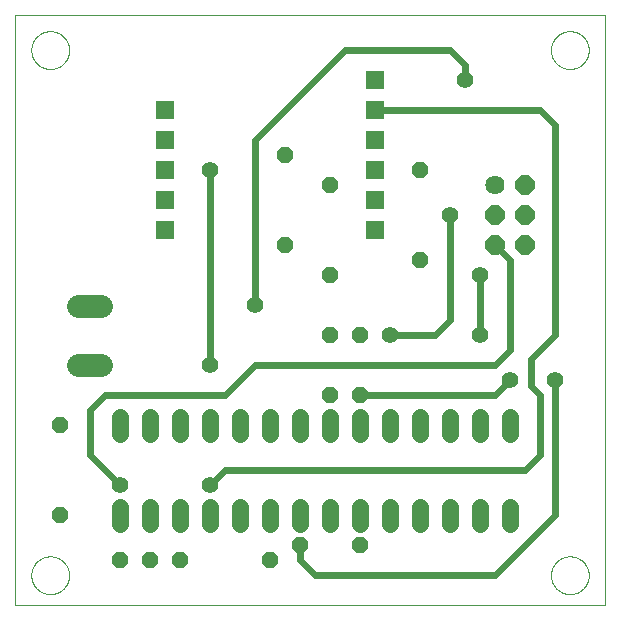
<source format=gtl>
G75*
%MOIN*%
%OFA0B0*%
%FSLAX25Y25*%
%IPPOS*%
%LPD*%
%AMOC8*
5,1,8,0,0,1.08239X$1,22.5*
%
%ADD10C,0.00000*%
%ADD11OC8,0.05600*%
%ADD12C,0.05600*%
%ADD13R,0.05943X0.05943*%
%ADD14C,0.06400*%
%ADD15OC8,0.06400*%
%ADD16C,0.07800*%
%ADD17C,0.05550*%
%ADD18C,0.02400*%
D10*
X0011800Y0011800D02*
X0011800Y0208650D01*
X0208650Y0208650D01*
X0208650Y0011800D01*
X0011800Y0011800D01*
X0017312Y0021800D02*
X0017314Y0021958D01*
X0017320Y0022116D01*
X0017330Y0022274D01*
X0017344Y0022432D01*
X0017362Y0022589D01*
X0017383Y0022746D01*
X0017409Y0022902D01*
X0017439Y0023058D01*
X0017472Y0023213D01*
X0017510Y0023366D01*
X0017551Y0023519D01*
X0017596Y0023671D01*
X0017645Y0023822D01*
X0017698Y0023971D01*
X0017754Y0024119D01*
X0017814Y0024265D01*
X0017878Y0024410D01*
X0017946Y0024553D01*
X0018017Y0024695D01*
X0018091Y0024835D01*
X0018169Y0024972D01*
X0018251Y0025108D01*
X0018335Y0025242D01*
X0018424Y0025373D01*
X0018515Y0025502D01*
X0018610Y0025629D01*
X0018707Y0025754D01*
X0018808Y0025876D01*
X0018912Y0025995D01*
X0019019Y0026112D01*
X0019129Y0026226D01*
X0019242Y0026337D01*
X0019357Y0026446D01*
X0019475Y0026551D01*
X0019596Y0026653D01*
X0019719Y0026753D01*
X0019845Y0026849D01*
X0019973Y0026942D01*
X0020103Y0027032D01*
X0020236Y0027118D01*
X0020371Y0027202D01*
X0020507Y0027281D01*
X0020646Y0027358D01*
X0020787Y0027430D01*
X0020929Y0027500D01*
X0021073Y0027565D01*
X0021219Y0027627D01*
X0021366Y0027685D01*
X0021515Y0027740D01*
X0021665Y0027791D01*
X0021816Y0027838D01*
X0021968Y0027881D01*
X0022121Y0027920D01*
X0022276Y0027956D01*
X0022431Y0027987D01*
X0022587Y0028015D01*
X0022743Y0028039D01*
X0022900Y0028059D01*
X0023058Y0028075D01*
X0023215Y0028087D01*
X0023374Y0028095D01*
X0023532Y0028099D01*
X0023690Y0028099D01*
X0023848Y0028095D01*
X0024007Y0028087D01*
X0024164Y0028075D01*
X0024322Y0028059D01*
X0024479Y0028039D01*
X0024635Y0028015D01*
X0024791Y0027987D01*
X0024946Y0027956D01*
X0025101Y0027920D01*
X0025254Y0027881D01*
X0025406Y0027838D01*
X0025557Y0027791D01*
X0025707Y0027740D01*
X0025856Y0027685D01*
X0026003Y0027627D01*
X0026149Y0027565D01*
X0026293Y0027500D01*
X0026435Y0027430D01*
X0026576Y0027358D01*
X0026715Y0027281D01*
X0026851Y0027202D01*
X0026986Y0027118D01*
X0027119Y0027032D01*
X0027249Y0026942D01*
X0027377Y0026849D01*
X0027503Y0026753D01*
X0027626Y0026653D01*
X0027747Y0026551D01*
X0027865Y0026446D01*
X0027980Y0026337D01*
X0028093Y0026226D01*
X0028203Y0026112D01*
X0028310Y0025995D01*
X0028414Y0025876D01*
X0028515Y0025754D01*
X0028612Y0025629D01*
X0028707Y0025502D01*
X0028798Y0025373D01*
X0028887Y0025242D01*
X0028971Y0025108D01*
X0029053Y0024972D01*
X0029131Y0024835D01*
X0029205Y0024695D01*
X0029276Y0024553D01*
X0029344Y0024410D01*
X0029408Y0024265D01*
X0029468Y0024119D01*
X0029524Y0023971D01*
X0029577Y0023822D01*
X0029626Y0023671D01*
X0029671Y0023519D01*
X0029712Y0023366D01*
X0029750Y0023213D01*
X0029783Y0023058D01*
X0029813Y0022902D01*
X0029839Y0022746D01*
X0029860Y0022589D01*
X0029878Y0022432D01*
X0029892Y0022274D01*
X0029902Y0022116D01*
X0029908Y0021958D01*
X0029910Y0021800D01*
X0029908Y0021642D01*
X0029902Y0021484D01*
X0029892Y0021326D01*
X0029878Y0021168D01*
X0029860Y0021011D01*
X0029839Y0020854D01*
X0029813Y0020698D01*
X0029783Y0020542D01*
X0029750Y0020387D01*
X0029712Y0020234D01*
X0029671Y0020081D01*
X0029626Y0019929D01*
X0029577Y0019778D01*
X0029524Y0019629D01*
X0029468Y0019481D01*
X0029408Y0019335D01*
X0029344Y0019190D01*
X0029276Y0019047D01*
X0029205Y0018905D01*
X0029131Y0018765D01*
X0029053Y0018628D01*
X0028971Y0018492D01*
X0028887Y0018358D01*
X0028798Y0018227D01*
X0028707Y0018098D01*
X0028612Y0017971D01*
X0028515Y0017846D01*
X0028414Y0017724D01*
X0028310Y0017605D01*
X0028203Y0017488D01*
X0028093Y0017374D01*
X0027980Y0017263D01*
X0027865Y0017154D01*
X0027747Y0017049D01*
X0027626Y0016947D01*
X0027503Y0016847D01*
X0027377Y0016751D01*
X0027249Y0016658D01*
X0027119Y0016568D01*
X0026986Y0016482D01*
X0026851Y0016398D01*
X0026715Y0016319D01*
X0026576Y0016242D01*
X0026435Y0016170D01*
X0026293Y0016100D01*
X0026149Y0016035D01*
X0026003Y0015973D01*
X0025856Y0015915D01*
X0025707Y0015860D01*
X0025557Y0015809D01*
X0025406Y0015762D01*
X0025254Y0015719D01*
X0025101Y0015680D01*
X0024946Y0015644D01*
X0024791Y0015613D01*
X0024635Y0015585D01*
X0024479Y0015561D01*
X0024322Y0015541D01*
X0024164Y0015525D01*
X0024007Y0015513D01*
X0023848Y0015505D01*
X0023690Y0015501D01*
X0023532Y0015501D01*
X0023374Y0015505D01*
X0023215Y0015513D01*
X0023058Y0015525D01*
X0022900Y0015541D01*
X0022743Y0015561D01*
X0022587Y0015585D01*
X0022431Y0015613D01*
X0022276Y0015644D01*
X0022121Y0015680D01*
X0021968Y0015719D01*
X0021816Y0015762D01*
X0021665Y0015809D01*
X0021515Y0015860D01*
X0021366Y0015915D01*
X0021219Y0015973D01*
X0021073Y0016035D01*
X0020929Y0016100D01*
X0020787Y0016170D01*
X0020646Y0016242D01*
X0020507Y0016319D01*
X0020371Y0016398D01*
X0020236Y0016482D01*
X0020103Y0016568D01*
X0019973Y0016658D01*
X0019845Y0016751D01*
X0019719Y0016847D01*
X0019596Y0016947D01*
X0019475Y0017049D01*
X0019357Y0017154D01*
X0019242Y0017263D01*
X0019129Y0017374D01*
X0019019Y0017488D01*
X0018912Y0017605D01*
X0018808Y0017724D01*
X0018707Y0017846D01*
X0018610Y0017971D01*
X0018515Y0018098D01*
X0018424Y0018227D01*
X0018335Y0018358D01*
X0018251Y0018492D01*
X0018169Y0018628D01*
X0018091Y0018765D01*
X0018017Y0018905D01*
X0017946Y0019047D01*
X0017878Y0019190D01*
X0017814Y0019335D01*
X0017754Y0019481D01*
X0017698Y0019629D01*
X0017645Y0019778D01*
X0017596Y0019929D01*
X0017551Y0020081D01*
X0017510Y0020234D01*
X0017472Y0020387D01*
X0017439Y0020542D01*
X0017409Y0020698D01*
X0017383Y0020854D01*
X0017362Y0021011D01*
X0017344Y0021168D01*
X0017330Y0021326D01*
X0017320Y0021484D01*
X0017314Y0021642D01*
X0017312Y0021800D01*
X0017312Y0196839D02*
X0017314Y0196997D01*
X0017320Y0197155D01*
X0017330Y0197313D01*
X0017344Y0197471D01*
X0017362Y0197628D01*
X0017383Y0197785D01*
X0017409Y0197941D01*
X0017439Y0198097D01*
X0017472Y0198252D01*
X0017510Y0198405D01*
X0017551Y0198558D01*
X0017596Y0198710D01*
X0017645Y0198861D01*
X0017698Y0199010D01*
X0017754Y0199158D01*
X0017814Y0199304D01*
X0017878Y0199449D01*
X0017946Y0199592D01*
X0018017Y0199734D01*
X0018091Y0199874D01*
X0018169Y0200011D01*
X0018251Y0200147D01*
X0018335Y0200281D01*
X0018424Y0200412D01*
X0018515Y0200541D01*
X0018610Y0200668D01*
X0018707Y0200793D01*
X0018808Y0200915D01*
X0018912Y0201034D01*
X0019019Y0201151D01*
X0019129Y0201265D01*
X0019242Y0201376D01*
X0019357Y0201485D01*
X0019475Y0201590D01*
X0019596Y0201692D01*
X0019719Y0201792D01*
X0019845Y0201888D01*
X0019973Y0201981D01*
X0020103Y0202071D01*
X0020236Y0202157D01*
X0020371Y0202241D01*
X0020507Y0202320D01*
X0020646Y0202397D01*
X0020787Y0202469D01*
X0020929Y0202539D01*
X0021073Y0202604D01*
X0021219Y0202666D01*
X0021366Y0202724D01*
X0021515Y0202779D01*
X0021665Y0202830D01*
X0021816Y0202877D01*
X0021968Y0202920D01*
X0022121Y0202959D01*
X0022276Y0202995D01*
X0022431Y0203026D01*
X0022587Y0203054D01*
X0022743Y0203078D01*
X0022900Y0203098D01*
X0023058Y0203114D01*
X0023215Y0203126D01*
X0023374Y0203134D01*
X0023532Y0203138D01*
X0023690Y0203138D01*
X0023848Y0203134D01*
X0024007Y0203126D01*
X0024164Y0203114D01*
X0024322Y0203098D01*
X0024479Y0203078D01*
X0024635Y0203054D01*
X0024791Y0203026D01*
X0024946Y0202995D01*
X0025101Y0202959D01*
X0025254Y0202920D01*
X0025406Y0202877D01*
X0025557Y0202830D01*
X0025707Y0202779D01*
X0025856Y0202724D01*
X0026003Y0202666D01*
X0026149Y0202604D01*
X0026293Y0202539D01*
X0026435Y0202469D01*
X0026576Y0202397D01*
X0026715Y0202320D01*
X0026851Y0202241D01*
X0026986Y0202157D01*
X0027119Y0202071D01*
X0027249Y0201981D01*
X0027377Y0201888D01*
X0027503Y0201792D01*
X0027626Y0201692D01*
X0027747Y0201590D01*
X0027865Y0201485D01*
X0027980Y0201376D01*
X0028093Y0201265D01*
X0028203Y0201151D01*
X0028310Y0201034D01*
X0028414Y0200915D01*
X0028515Y0200793D01*
X0028612Y0200668D01*
X0028707Y0200541D01*
X0028798Y0200412D01*
X0028887Y0200281D01*
X0028971Y0200147D01*
X0029053Y0200011D01*
X0029131Y0199874D01*
X0029205Y0199734D01*
X0029276Y0199592D01*
X0029344Y0199449D01*
X0029408Y0199304D01*
X0029468Y0199158D01*
X0029524Y0199010D01*
X0029577Y0198861D01*
X0029626Y0198710D01*
X0029671Y0198558D01*
X0029712Y0198405D01*
X0029750Y0198252D01*
X0029783Y0198097D01*
X0029813Y0197941D01*
X0029839Y0197785D01*
X0029860Y0197628D01*
X0029878Y0197471D01*
X0029892Y0197313D01*
X0029902Y0197155D01*
X0029908Y0196997D01*
X0029910Y0196839D01*
X0029908Y0196681D01*
X0029902Y0196523D01*
X0029892Y0196365D01*
X0029878Y0196207D01*
X0029860Y0196050D01*
X0029839Y0195893D01*
X0029813Y0195737D01*
X0029783Y0195581D01*
X0029750Y0195426D01*
X0029712Y0195273D01*
X0029671Y0195120D01*
X0029626Y0194968D01*
X0029577Y0194817D01*
X0029524Y0194668D01*
X0029468Y0194520D01*
X0029408Y0194374D01*
X0029344Y0194229D01*
X0029276Y0194086D01*
X0029205Y0193944D01*
X0029131Y0193804D01*
X0029053Y0193667D01*
X0028971Y0193531D01*
X0028887Y0193397D01*
X0028798Y0193266D01*
X0028707Y0193137D01*
X0028612Y0193010D01*
X0028515Y0192885D01*
X0028414Y0192763D01*
X0028310Y0192644D01*
X0028203Y0192527D01*
X0028093Y0192413D01*
X0027980Y0192302D01*
X0027865Y0192193D01*
X0027747Y0192088D01*
X0027626Y0191986D01*
X0027503Y0191886D01*
X0027377Y0191790D01*
X0027249Y0191697D01*
X0027119Y0191607D01*
X0026986Y0191521D01*
X0026851Y0191437D01*
X0026715Y0191358D01*
X0026576Y0191281D01*
X0026435Y0191209D01*
X0026293Y0191139D01*
X0026149Y0191074D01*
X0026003Y0191012D01*
X0025856Y0190954D01*
X0025707Y0190899D01*
X0025557Y0190848D01*
X0025406Y0190801D01*
X0025254Y0190758D01*
X0025101Y0190719D01*
X0024946Y0190683D01*
X0024791Y0190652D01*
X0024635Y0190624D01*
X0024479Y0190600D01*
X0024322Y0190580D01*
X0024164Y0190564D01*
X0024007Y0190552D01*
X0023848Y0190544D01*
X0023690Y0190540D01*
X0023532Y0190540D01*
X0023374Y0190544D01*
X0023215Y0190552D01*
X0023058Y0190564D01*
X0022900Y0190580D01*
X0022743Y0190600D01*
X0022587Y0190624D01*
X0022431Y0190652D01*
X0022276Y0190683D01*
X0022121Y0190719D01*
X0021968Y0190758D01*
X0021816Y0190801D01*
X0021665Y0190848D01*
X0021515Y0190899D01*
X0021366Y0190954D01*
X0021219Y0191012D01*
X0021073Y0191074D01*
X0020929Y0191139D01*
X0020787Y0191209D01*
X0020646Y0191281D01*
X0020507Y0191358D01*
X0020371Y0191437D01*
X0020236Y0191521D01*
X0020103Y0191607D01*
X0019973Y0191697D01*
X0019845Y0191790D01*
X0019719Y0191886D01*
X0019596Y0191986D01*
X0019475Y0192088D01*
X0019357Y0192193D01*
X0019242Y0192302D01*
X0019129Y0192413D01*
X0019019Y0192527D01*
X0018912Y0192644D01*
X0018808Y0192763D01*
X0018707Y0192885D01*
X0018610Y0193010D01*
X0018515Y0193137D01*
X0018424Y0193266D01*
X0018335Y0193397D01*
X0018251Y0193531D01*
X0018169Y0193667D01*
X0018091Y0193804D01*
X0018017Y0193944D01*
X0017946Y0194086D01*
X0017878Y0194229D01*
X0017814Y0194374D01*
X0017754Y0194520D01*
X0017698Y0194668D01*
X0017645Y0194817D01*
X0017596Y0194968D01*
X0017551Y0195120D01*
X0017510Y0195273D01*
X0017472Y0195426D01*
X0017439Y0195581D01*
X0017409Y0195737D01*
X0017383Y0195893D01*
X0017362Y0196050D01*
X0017344Y0196207D01*
X0017330Y0196365D01*
X0017320Y0196523D01*
X0017314Y0196681D01*
X0017312Y0196839D01*
X0190540Y0196839D02*
X0190542Y0196997D01*
X0190548Y0197155D01*
X0190558Y0197313D01*
X0190572Y0197471D01*
X0190590Y0197628D01*
X0190611Y0197785D01*
X0190637Y0197941D01*
X0190667Y0198097D01*
X0190700Y0198252D01*
X0190738Y0198405D01*
X0190779Y0198558D01*
X0190824Y0198710D01*
X0190873Y0198861D01*
X0190926Y0199010D01*
X0190982Y0199158D01*
X0191042Y0199304D01*
X0191106Y0199449D01*
X0191174Y0199592D01*
X0191245Y0199734D01*
X0191319Y0199874D01*
X0191397Y0200011D01*
X0191479Y0200147D01*
X0191563Y0200281D01*
X0191652Y0200412D01*
X0191743Y0200541D01*
X0191838Y0200668D01*
X0191935Y0200793D01*
X0192036Y0200915D01*
X0192140Y0201034D01*
X0192247Y0201151D01*
X0192357Y0201265D01*
X0192470Y0201376D01*
X0192585Y0201485D01*
X0192703Y0201590D01*
X0192824Y0201692D01*
X0192947Y0201792D01*
X0193073Y0201888D01*
X0193201Y0201981D01*
X0193331Y0202071D01*
X0193464Y0202157D01*
X0193599Y0202241D01*
X0193735Y0202320D01*
X0193874Y0202397D01*
X0194015Y0202469D01*
X0194157Y0202539D01*
X0194301Y0202604D01*
X0194447Y0202666D01*
X0194594Y0202724D01*
X0194743Y0202779D01*
X0194893Y0202830D01*
X0195044Y0202877D01*
X0195196Y0202920D01*
X0195349Y0202959D01*
X0195504Y0202995D01*
X0195659Y0203026D01*
X0195815Y0203054D01*
X0195971Y0203078D01*
X0196128Y0203098D01*
X0196286Y0203114D01*
X0196443Y0203126D01*
X0196602Y0203134D01*
X0196760Y0203138D01*
X0196918Y0203138D01*
X0197076Y0203134D01*
X0197235Y0203126D01*
X0197392Y0203114D01*
X0197550Y0203098D01*
X0197707Y0203078D01*
X0197863Y0203054D01*
X0198019Y0203026D01*
X0198174Y0202995D01*
X0198329Y0202959D01*
X0198482Y0202920D01*
X0198634Y0202877D01*
X0198785Y0202830D01*
X0198935Y0202779D01*
X0199084Y0202724D01*
X0199231Y0202666D01*
X0199377Y0202604D01*
X0199521Y0202539D01*
X0199663Y0202469D01*
X0199804Y0202397D01*
X0199943Y0202320D01*
X0200079Y0202241D01*
X0200214Y0202157D01*
X0200347Y0202071D01*
X0200477Y0201981D01*
X0200605Y0201888D01*
X0200731Y0201792D01*
X0200854Y0201692D01*
X0200975Y0201590D01*
X0201093Y0201485D01*
X0201208Y0201376D01*
X0201321Y0201265D01*
X0201431Y0201151D01*
X0201538Y0201034D01*
X0201642Y0200915D01*
X0201743Y0200793D01*
X0201840Y0200668D01*
X0201935Y0200541D01*
X0202026Y0200412D01*
X0202115Y0200281D01*
X0202199Y0200147D01*
X0202281Y0200011D01*
X0202359Y0199874D01*
X0202433Y0199734D01*
X0202504Y0199592D01*
X0202572Y0199449D01*
X0202636Y0199304D01*
X0202696Y0199158D01*
X0202752Y0199010D01*
X0202805Y0198861D01*
X0202854Y0198710D01*
X0202899Y0198558D01*
X0202940Y0198405D01*
X0202978Y0198252D01*
X0203011Y0198097D01*
X0203041Y0197941D01*
X0203067Y0197785D01*
X0203088Y0197628D01*
X0203106Y0197471D01*
X0203120Y0197313D01*
X0203130Y0197155D01*
X0203136Y0196997D01*
X0203138Y0196839D01*
X0203136Y0196681D01*
X0203130Y0196523D01*
X0203120Y0196365D01*
X0203106Y0196207D01*
X0203088Y0196050D01*
X0203067Y0195893D01*
X0203041Y0195737D01*
X0203011Y0195581D01*
X0202978Y0195426D01*
X0202940Y0195273D01*
X0202899Y0195120D01*
X0202854Y0194968D01*
X0202805Y0194817D01*
X0202752Y0194668D01*
X0202696Y0194520D01*
X0202636Y0194374D01*
X0202572Y0194229D01*
X0202504Y0194086D01*
X0202433Y0193944D01*
X0202359Y0193804D01*
X0202281Y0193667D01*
X0202199Y0193531D01*
X0202115Y0193397D01*
X0202026Y0193266D01*
X0201935Y0193137D01*
X0201840Y0193010D01*
X0201743Y0192885D01*
X0201642Y0192763D01*
X0201538Y0192644D01*
X0201431Y0192527D01*
X0201321Y0192413D01*
X0201208Y0192302D01*
X0201093Y0192193D01*
X0200975Y0192088D01*
X0200854Y0191986D01*
X0200731Y0191886D01*
X0200605Y0191790D01*
X0200477Y0191697D01*
X0200347Y0191607D01*
X0200214Y0191521D01*
X0200079Y0191437D01*
X0199943Y0191358D01*
X0199804Y0191281D01*
X0199663Y0191209D01*
X0199521Y0191139D01*
X0199377Y0191074D01*
X0199231Y0191012D01*
X0199084Y0190954D01*
X0198935Y0190899D01*
X0198785Y0190848D01*
X0198634Y0190801D01*
X0198482Y0190758D01*
X0198329Y0190719D01*
X0198174Y0190683D01*
X0198019Y0190652D01*
X0197863Y0190624D01*
X0197707Y0190600D01*
X0197550Y0190580D01*
X0197392Y0190564D01*
X0197235Y0190552D01*
X0197076Y0190544D01*
X0196918Y0190540D01*
X0196760Y0190540D01*
X0196602Y0190544D01*
X0196443Y0190552D01*
X0196286Y0190564D01*
X0196128Y0190580D01*
X0195971Y0190600D01*
X0195815Y0190624D01*
X0195659Y0190652D01*
X0195504Y0190683D01*
X0195349Y0190719D01*
X0195196Y0190758D01*
X0195044Y0190801D01*
X0194893Y0190848D01*
X0194743Y0190899D01*
X0194594Y0190954D01*
X0194447Y0191012D01*
X0194301Y0191074D01*
X0194157Y0191139D01*
X0194015Y0191209D01*
X0193874Y0191281D01*
X0193735Y0191358D01*
X0193599Y0191437D01*
X0193464Y0191521D01*
X0193331Y0191607D01*
X0193201Y0191697D01*
X0193073Y0191790D01*
X0192947Y0191886D01*
X0192824Y0191986D01*
X0192703Y0192088D01*
X0192585Y0192193D01*
X0192470Y0192302D01*
X0192357Y0192413D01*
X0192247Y0192527D01*
X0192140Y0192644D01*
X0192036Y0192763D01*
X0191935Y0192885D01*
X0191838Y0193010D01*
X0191743Y0193137D01*
X0191652Y0193266D01*
X0191563Y0193397D01*
X0191479Y0193531D01*
X0191397Y0193667D01*
X0191319Y0193804D01*
X0191245Y0193944D01*
X0191174Y0194086D01*
X0191106Y0194229D01*
X0191042Y0194374D01*
X0190982Y0194520D01*
X0190926Y0194668D01*
X0190873Y0194817D01*
X0190824Y0194968D01*
X0190779Y0195120D01*
X0190738Y0195273D01*
X0190700Y0195426D01*
X0190667Y0195581D01*
X0190637Y0195737D01*
X0190611Y0195893D01*
X0190590Y0196050D01*
X0190572Y0196207D01*
X0190558Y0196365D01*
X0190548Y0196523D01*
X0190542Y0196681D01*
X0190540Y0196839D01*
X0190540Y0021800D02*
X0190542Y0021958D01*
X0190548Y0022116D01*
X0190558Y0022274D01*
X0190572Y0022432D01*
X0190590Y0022589D01*
X0190611Y0022746D01*
X0190637Y0022902D01*
X0190667Y0023058D01*
X0190700Y0023213D01*
X0190738Y0023366D01*
X0190779Y0023519D01*
X0190824Y0023671D01*
X0190873Y0023822D01*
X0190926Y0023971D01*
X0190982Y0024119D01*
X0191042Y0024265D01*
X0191106Y0024410D01*
X0191174Y0024553D01*
X0191245Y0024695D01*
X0191319Y0024835D01*
X0191397Y0024972D01*
X0191479Y0025108D01*
X0191563Y0025242D01*
X0191652Y0025373D01*
X0191743Y0025502D01*
X0191838Y0025629D01*
X0191935Y0025754D01*
X0192036Y0025876D01*
X0192140Y0025995D01*
X0192247Y0026112D01*
X0192357Y0026226D01*
X0192470Y0026337D01*
X0192585Y0026446D01*
X0192703Y0026551D01*
X0192824Y0026653D01*
X0192947Y0026753D01*
X0193073Y0026849D01*
X0193201Y0026942D01*
X0193331Y0027032D01*
X0193464Y0027118D01*
X0193599Y0027202D01*
X0193735Y0027281D01*
X0193874Y0027358D01*
X0194015Y0027430D01*
X0194157Y0027500D01*
X0194301Y0027565D01*
X0194447Y0027627D01*
X0194594Y0027685D01*
X0194743Y0027740D01*
X0194893Y0027791D01*
X0195044Y0027838D01*
X0195196Y0027881D01*
X0195349Y0027920D01*
X0195504Y0027956D01*
X0195659Y0027987D01*
X0195815Y0028015D01*
X0195971Y0028039D01*
X0196128Y0028059D01*
X0196286Y0028075D01*
X0196443Y0028087D01*
X0196602Y0028095D01*
X0196760Y0028099D01*
X0196918Y0028099D01*
X0197076Y0028095D01*
X0197235Y0028087D01*
X0197392Y0028075D01*
X0197550Y0028059D01*
X0197707Y0028039D01*
X0197863Y0028015D01*
X0198019Y0027987D01*
X0198174Y0027956D01*
X0198329Y0027920D01*
X0198482Y0027881D01*
X0198634Y0027838D01*
X0198785Y0027791D01*
X0198935Y0027740D01*
X0199084Y0027685D01*
X0199231Y0027627D01*
X0199377Y0027565D01*
X0199521Y0027500D01*
X0199663Y0027430D01*
X0199804Y0027358D01*
X0199943Y0027281D01*
X0200079Y0027202D01*
X0200214Y0027118D01*
X0200347Y0027032D01*
X0200477Y0026942D01*
X0200605Y0026849D01*
X0200731Y0026753D01*
X0200854Y0026653D01*
X0200975Y0026551D01*
X0201093Y0026446D01*
X0201208Y0026337D01*
X0201321Y0026226D01*
X0201431Y0026112D01*
X0201538Y0025995D01*
X0201642Y0025876D01*
X0201743Y0025754D01*
X0201840Y0025629D01*
X0201935Y0025502D01*
X0202026Y0025373D01*
X0202115Y0025242D01*
X0202199Y0025108D01*
X0202281Y0024972D01*
X0202359Y0024835D01*
X0202433Y0024695D01*
X0202504Y0024553D01*
X0202572Y0024410D01*
X0202636Y0024265D01*
X0202696Y0024119D01*
X0202752Y0023971D01*
X0202805Y0023822D01*
X0202854Y0023671D01*
X0202899Y0023519D01*
X0202940Y0023366D01*
X0202978Y0023213D01*
X0203011Y0023058D01*
X0203041Y0022902D01*
X0203067Y0022746D01*
X0203088Y0022589D01*
X0203106Y0022432D01*
X0203120Y0022274D01*
X0203130Y0022116D01*
X0203136Y0021958D01*
X0203138Y0021800D01*
X0203136Y0021642D01*
X0203130Y0021484D01*
X0203120Y0021326D01*
X0203106Y0021168D01*
X0203088Y0021011D01*
X0203067Y0020854D01*
X0203041Y0020698D01*
X0203011Y0020542D01*
X0202978Y0020387D01*
X0202940Y0020234D01*
X0202899Y0020081D01*
X0202854Y0019929D01*
X0202805Y0019778D01*
X0202752Y0019629D01*
X0202696Y0019481D01*
X0202636Y0019335D01*
X0202572Y0019190D01*
X0202504Y0019047D01*
X0202433Y0018905D01*
X0202359Y0018765D01*
X0202281Y0018628D01*
X0202199Y0018492D01*
X0202115Y0018358D01*
X0202026Y0018227D01*
X0201935Y0018098D01*
X0201840Y0017971D01*
X0201743Y0017846D01*
X0201642Y0017724D01*
X0201538Y0017605D01*
X0201431Y0017488D01*
X0201321Y0017374D01*
X0201208Y0017263D01*
X0201093Y0017154D01*
X0200975Y0017049D01*
X0200854Y0016947D01*
X0200731Y0016847D01*
X0200605Y0016751D01*
X0200477Y0016658D01*
X0200347Y0016568D01*
X0200214Y0016482D01*
X0200079Y0016398D01*
X0199943Y0016319D01*
X0199804Y0016242D01*
X0199663Y0016170D01*
X0199521Y0016100D01*
X0199377Y0016035D01*
X0199231Y0015973D01*
X0199084Y0015915D01*
X0198935Y0015860D01*
X0198785Y0015809D01*
X0198634Y0015762D01*
X0198482Y0015719D01*
X0198329Y0015680D01*
X0198174Y0015644D01*
X0198019Y0015613D01*
X0197863Y0015585D01*
X0197707Y0015561D01*
X0197550Y0015541D01*
X0197392Y0015525D01*
X0197235Y0015513D01*
X0197076Y0015505D01*
X0196918Y0015501D01*
X0196760Y0015501D01*
X0196602Y0015505D01*
X0196443Y0015513D01*
X0196286Y0015525D01*
X0196128Y0015541D01*
X0195971Y0015561D01*
X0195815Y0015585D01*
X0195659Y0015613D01*
X0195504Y0015644D01*
X0195349Y0015680D01*
X0195196Y0015719D01*
X0195044Y0015762D01*
X0194893Y0015809D01*
X0194743Y0015860D01*
X0194594Y0015915D01*
X0194447Y0015973D01*
X0194301Y0016035D01*
X0194157Y0016100D01*
X0194015Y0016170D01*
X0193874Y0016242D01*
X0193735Y0016319D01*
X0193599Y0016398D01*
X0193464Y0016482D01*
X0193331Y0016568D01*
X0193201Y0016658D01*
X0193073Y0016751D01*
X0192947Y0016847D01*
X0192824Y0016947D01*
X0192703Y0017049D01*
X0192585Y0017154D01*
X0192470Y0017263D01*
X0192357Y0017374D01*
X0192247Y0017488D01*
X0192140Y0017605D01*
X0192036Y0017724D01*
X0191935Y0017846D01*
X0191838Y0017971D01*
X0191743Y0018098D01*
X0191652Y0018227D01*
X0191563Y0018358D01*
X0191479Y0018492D01*
X0191397Y0018628D01*
X0191319Y0018765D01*
X0191245Y0018905D01*
X0191174Y0019047D01*
X0191106Y0019190D01*
X0191042Y0019335D01*
X0190982Y0019481D01*
X0190926Y0019629D01*
X0190873Y0019778D01*
X0190824Y0019929D01*
X0190779Y0020081D01*
X0190738Y0020234D01*
X0190700Y0020387D01*
X0190667Y0020542D01*
X0190637Y0020698D01*
X0190611Y0020854D01*
X0190590Y0021011D01*
X0190572Y0021168D01*
X0190558Y0021326D01*
X0190548Y0021484D01*
X0190542Y0021642D01*
X0190540Y0021800D01*
D11*
X0126800Y0031800D03*
X0106800Y0031800D03*
X0096800Y0026800D03*
X0066800Y0026800D03*
X0056800Y0026800D03*
X0046800Y0026800D03*
X0026800Y0041800D03*
X0026800Y0071800D03*
X0101800Y0131800D03*
X0116800Y0121800D03*
X0116800Y0101800D03*
X0126800Y0101800D03*
X0126800Y0081800D03*
X0116800Y0081800D03*
X0146800Y0126800D03*
X0146800Y0156800D03*
X0116800Y0151800D03*
X0101800Y0161800D03*
D12*
X0096800Y0074600D02*
X0096800Y0069000D01*
X0106800Y0069000D02*
X0106800Y0074600D01*
X0116800Y0074600D02*
X0116800Y0069000D01*
X0126800Y0069000D02*
X0126800Y0074600D01*
X0136800Y0074600D02*
X0136800Y0069000D01*
X0146800Y0069000D02*
X0146800Y0074600D01*
X0156800Y0074600D02*
X0156800Y0069000D01*
X0166800Y0069000D02*
X0166800Y0074600D01*
X0176800Y0074600D02*
X0176800Y0069000D01*
X0176800Y0044600D02*
X0176800Y0039000D01*
X0166800Y0039000D02*
X0166800Y0044600D01*
X0156800Y0044600D02*
X0156800Y0039000D01*
X0146800Y0039000D02*
X0146800Y0044600D01*
X0136800Y0044600D02*
X0136800Y0039000D01*
X0126800Y0039000D02*
X0126800Y0044600D01*
X0116800Y0044600D02*
X0116800Y0039000D01*
X0106800Y0039000D02*
X0106800Y0044600D01*
X0096800Y0044600D02*
X0096800Y0039000D01*
X0086800Y0039000D02*
X0086800Y0044600D01*
X0076800Y0044600D02*
X0076800Y0039000D01*
X0066800Y0039000D02*
X0066800Y0044600D01*
X0056800Y0044600D02*
X0056800Y0039000D01*
X0046800Y0039000D02*
X0046800Y0044600D01*
X0046800Y0069000D02*
X0046800Y0074600D01*
X0056800Y0074600D02*
X0056800Y0069000D01*
X0066800Y0069000D02*
X0066800Y0074600D01*
X0076800Y0074600D02*
X0076800Y0069000D01*
X0086800Y0069000D02*
X0086800Y0074600D01*
D13*
X0061800Y0136800D03*
X0061800Y0146800D03*
X0061800Y0156800D03*
X0061800Y0166800D03*
X0061800Y0176800D03*
X0131800Y0176800D03*
X0131800Y0166800D03*
X0131800Y0156800D03*
X0131800Y0146800D03*
X0131800Y0136800D03*
X0131800Y0186800D03*
D14*
X0171800Y0151800D03*
D15*
X0171800Y0141800D03*
X0171800Y0131800D03*
X0181800Y0131800D03*
X0181800Y0141800D03*
X0181800Y0151800D03*
D16*
X0040700Y0111700D02*
X0032900Y0111700D01*
X0032900Y0091900D02*
X0040700Y0091900D01*
D17*
X0046800Y0051800D03*
X0076800Y0051800D03*
X0076800Y0091800D03*
X0091800Y0111800D03*
X0076800Y0156800D03*
X0136800Y0101800D03*
X0166800Y0101800D03*
X0176800Y0086800D03*
X0191800Y0086800D03*
X0166800Y0121800D03*
X0156800Y0141800D03*
X0161800Y0186800D03*
D18*
X0161800Y0191800D01*
X0156800Y0196800D01*
X0121800Y0196800D01*
X0091800Y0166800D01*
X0091800Y0111800D01*
X0091800Y0091800D02*
X0171800Y0091800D01*
X0176800Y0096800D01*
X0176800Y0126800D01*
X0171800Y0131800D01*
X0166800Y0121800D02*
X0166800Y0101800D01*
X0156800Y0106800D02*
X0156800Y0141800D01*
X0131800Y0176800D02*
X0186800Y0176800D01*
X0191800Y0171800D01*
X0191800Y0101800D01*
X0183800Y0093800D01*
X0183800Y0084800D01*
X0186800Y0081800D01*
X0186800Y0061800D01*
X0181800Y0056800D01*
X0081800Y0056800D01*
X0076800Y0051800D01*
X0081800Y0081800D02*
X0091800Y0091800D01*
X0081800Y0081800D02*
X0041800Y0081800D01*
X0036800Y0076800D01*
X0036800Y0061800D01*
X0046800Y0051800D01*
X0076800Y0091800D02*
X0076800Y0156800D01*
X0136800Y0101800D02*
X0151800Y0101800D01*
X0156800Y0106800D01*
X0176800Y0086800D02*
X0171800Y0081800D01*
X0126800Y0081800D01*
X0106800Y0031800D02*
X0106800Y0026800D01*
X0111800Y0021800D01*
X0171800Y0021800D01*
X0191800Y0041800D01*
X0191800Y0086800D01*
M02*

</source>
